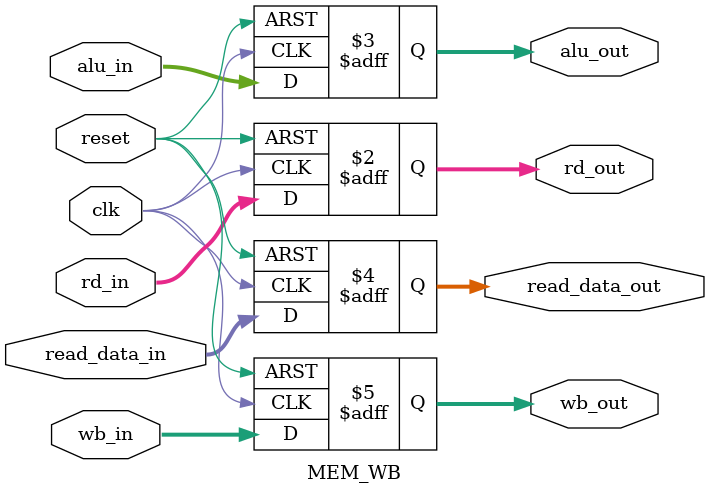
<source format=v>
module MEM_WB
(
  input [4:0]rd_in,
  input [63:0]alu_in,
  input [63:0]read_data_in,
  input [1:0]wb_in,

  input clk,
  input reset,
  
  output reg [4:0]rd_out,
  output reg  [63:0]alu_out,
  output reg  [63:0]read_data_out,
  output reg  [1:0]wb_out
);

always@(posedge clk, posedge reset)
begin
  if (reset)
    begin
    rd_out = 0;
  alu_out = 0;
  read_data_out = 0;
  wb_out = 0;
    end
  else
    begin
  rd_out = rd_in;
  alu_out = alu_in;
  read_data_out = read_data_in;
  wb_out = wb_in;
end
end

endmodule
</source>
